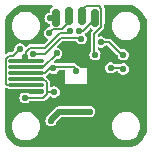
<source format=gbl>
G04 #@! TF.GenerationSoftware,KiCad,Pcbnew,7.0.7*
G04 #@! TF.CreationDate,2024-03-10T05:29:25-05:00*
G04 #@! TF.ProjectId,O12imu,4f313269-6d75-42e6-9b69-6361645f7063,1*
G04 #@! TF.SameCoordinates,Original*
G04 #@! TF.FileFunction,Copper,L2,Bot*
G04 #@! TF.FilePolarity,Positive*
%FSLAX46Y46*%
G04 Gerber Fmt 4.6, Leading zero omitted, Abs format (unit mm)*
G04 Created by KiCad (PCBNEW 7.0.7) date 2024-03-10 05:29:25*
%MOMM*%
%LPD*%
G01*
G04 APERTURE LIST*
G04 Aperture macros list*
%AMRoundRect*
0 Rectangle with rounded corners*
0 $1 Rounding radius*
0 $2 $3 $4 $5 $6 $7 $8 $9 X,Y pos of 4 corners*
0 Add a 4 corners polygon primitive as box body*
4,1,4,$2,$3,$4,$5,$6,$7,$8,$9,$2,$3,0*
0 Add four circle primitives for the rounded corners*
1,1,$1+$1,$2,$3*
1,1,$1+$1,$4,$5*
1,1,$1+$1,$6,$7*
1,1,$1+$1,$8,$9*
0 Add four rect primitives between the rounded corners*
20,1,$1+$1,$2,$3,$4,$5,0*
20,1,$1+$1,$4,$5,$6,$7,0*
20,1,$1+$1,$6,$7,$8,$9,0*
20,1,$1+$1,$8,$9,$2,$3,0*%
G04 Aperture macros list end*
G04 #@! TA.AperFunction,SMDPad,CuDef*
%ADD10RoundRect,0.150000X0.150000X0.600000X-0.150000X0.600000X-0.150000X-0.600000X0.150000X-0.600000X0*%
G04 #@! TD*
G04 #@! TA.AperFunction,SMDPad,CuDef*
%ADD11RoundRect,0.075000X-1.425000X-0.075000X1.425000X-0.075000X1.425000X0.075000X-1.425000X0.075000X0*%
G04 #@! TD*
G04 #@! TA.AperFunction,ViaPad*
%ADD12C,0.550000*%
G04 #@! TD*
G04 #@! TA.AperFunction,Conductor*
%ADD13C,0.200000*%
G04 #@! TD*
G04 #@! TA.AperFunction,Conductor*
%ADD14C,0.500000*%
G04 #@! TD*
G04 #@! TA.AperFunction,Conductor*
%ADD15C,0.160000*%
G04 #@! TD*
G04 APERTURE END LIST*
D10*
X51600000Y-45050000D03*
X48300000Y-45050000D03*
X50500000Y-44950000D03*
D11*
X45800000Y-51250000D03*
X45800000Y-50750000D03*
X45800000Y-50250000D03*
X45800000Y-49750000D03*
X45800000Y-49250000D03*
X45800000Y-48750000D03*
D10*
X49400000Y-44950000D03*
D12*
X52749991Y-44610500D03*
X52300000Y-52250000D03*
X44505013Y-47745692D03*
X49750000Y-53750000D03*
X48100000Y-50059503D03*
X48778416Y-52307809D03*
X52250000Y-55500000D03*
X49450000Y-47250000D03*
X50850000Y-51400000D03*
X47750000Y-55500000D03*
X47565971Y-44426518D03*
X51608925Y-52446973D03*
X52322261Y-48324719D03*
X52655500Y-45797289D03*
X44500000Y-52250000D03*
X49500000Y-46200000D03*
X48601510Y-53023897D03*
X51150000Y-53000000D03*
X45650000Y-48400000D03*
X47886193Y-53763807D03*
X50250000Y-46150000D03*
X52950000Y-49300000D03*
X54000000Y-49400000D03*
X52100000Y-47114500D03*
X54000000Y-48200000D03*
X45700000Y-51834500D03*
X48154500Y-51350000D03*
X46334500Y-48150000D03*
X50450000Y-46850000D03*
X45264160Y-47714160D03*
X50000000Y-49610000D03*
X48100000Y-49350000D03*
X48365498Y-48085246D03*
X51626830Y-48184116D03*
X47750000Y-46350000D03*
X47800000Y-45100000D03*
D13*
X45650000Y-48400000D02*
X45799500Y-48250500D01*
X45799500Y-48250500D02*
X45799500Y-47928395D01*
X45799500Y-47928395D02*
X46112895Y-47615000D01*
X47404168Y-47615000D02*
X48624168Y-46395000D01*
X47886193Y-53763807D02*
X47886193Y-53739214D01*
X45361365Y-48750000D02*
X45800000Y-48750000D01*
D14*
X48625407Y-53000000D02*
X51150000Y-53000000D01*
D13*
X49305000Y-46395000D02*
X49500000Y-46200000D01*
X46112895Y-47615000D02*
X47404168Y-47615000D01*
X45650000Y-48400000D02*
X45361365Y-48750000D01*
X48601510Y-53023897D02*
X48625407Y-53000000D01*
X48624168Y-46395000D02*
X49305000Y-46395000D01*
D14*
X47886193Y-53739214D02*
X48601510Y-53023897D01*
D15*
X50601543Y-46150000D02*
X51600000Y-45151543D01*
X50250000Y-46150000D02*
X50601543Y-46150000D01*
X51600000Y-45151543D02*
X51600000Y-45050000D01*
X54000000Y-49300000D02*
X52950000Y-49300000D01*
X52100000Y-47114500D02*
X52814500Y-47114500D01*
X52814500Y-47114500D02*
X54000000Y-48300000D01*
X47215500Y-51834500D02*
X45700000Y-51834500D01*
X47540000Y-51240000D02*
X47540000Y-51150000D01*
X47540000Y-51150000D02*
X47540000Y-51510000D01*
X48154500Y-51350000D02*
X47650000Y-51350000D01*
X47245477Y-50250000D02*
X47540000Y-50544523D01*
X47650000Y-51350000D02*
X47540000Y-51240000D01*
X47540000Y-50544523D02*
X47540000Y-51150000D01*
X45800000Y-50250000D02*
X47245477Y-50250000D01*
X47540000Y-51510000D02*
X47215500Y-51834500D01*
X44050000Y-48554523D02*
X44050000Y-50650000D01*
X44339523Y-48265000D02*
X44050000Y-48554523D01*
X48765000Y-46735000D02*
X50335000Y-46735000D01*
X44050000Y-50650000D02*
X44150000Y-50750000D01*
X46334500Y-48150000D02*
X47350000Y-48150000D01*
X50335000Y-46735000D02*
X50450000Y-46850000D01*
X47350000Y-48150000D02*
X48765000Y-46735000D01*
X44150000Y-50750000D02*
X45800000Y-50750000D01*
X45264160Y-47714160D02*
X44713320Y-48265000D01*
X44713320Y-48265000D02*
X44339523Y-48265000D01*
X47886764Y-49213237D02*
X47350000Y-49750000D01*
X50000000Y-49610000D02*
X50000000Y-49350000D01*
X48250000Y-49200000D02*
X48100000Y-49350000D01*
X47350000Y-49750000D02*
X45800000Y-49750000D01*
X48100000Y-49350000D02*
X47886764Y-49213237D01*
X49850000Y-49200000D02*
X48250000Y-49200000D01*
X50000000Y-49350000D02*
X49850000Y-49200000D01*
X48365498Y-48129979D02*
X48365498Y-48085246D01*
X47245477Y-49250000D02*
X48365498Y-48129979D01*
X45800000Y-49250000D02*
X47245477Y-49250000D01*
X50500000Y-44400000D02*
X50840000Y-44060000D01*
X51550000Y-48107286D02*
X51626830Y-48184116D01*
X51550000Y-46401543D02*
X51550000Y-48107286D01*
X51911543Y-44060000D02*
X52140000Y-44288457D01*
X50840000Y-44060000D02*
X51911543Y-44060000D01*
X52140000Y-45811543D02*
X51550000Y-46401543D01*
X52140000Y-44288457D02*
X52140000Y-45811543D01*
X50500000Y-44950000D02*
X50500000Y-44400000D01*
X49400000Y-45450000D02*
X49400000Y-44950000D01*
X48073235Y-46055000D02*
X48795000Y-46055000D01*
X47750000Y-46350000D02*
X48073235Y-46055000D01*
X48795000Y-46055000D02*
X49400000Y-45450000D01*
X47800000Y-45100000D02*
X48300000Y-45100000D01*
G04 #@! TA.AperFunction,Conductor*
G36*
X54244253Y-43957965D02*
G01*
X54261832Y-43959117D01*
X54474288Y-43973046D01*
X54480688Y-43973888D01*
X54705191Y-44018548D01*
X54711446Y-44020224D01*
X54909485Y-44087452D01*
X54928200Y-44093805D01*
X54934182Y-44096283D01*
X55139478Y-44197526D01*
X55145075Y-44200758D01*
X55335405Y-44327933D01*
X55340525Y-44331862D01*
X55512626Y-44482790D01*
X55517206Y-44487370D01*
X55668135Y-44659472D01*
X55672067Y-44664597D01*
X55720410Y-44736946D01*
X55799238Y-44854919D01*
X55802476Y-44860526D01*
X55889522Y-45037034D01*
X55903713Y-45065810D01*
X55906194Y-45071799D01*
X55979774Y-45288550D01*
X55981451Y-45294811D01*
X56026108Y-45519293D01*
X56026954Y-45525719D01*
X56042035Y-45755742D01*
X56042141Y-45758981D01*
X56042141Y-54241013D01*
X56042035Y-54244253D01*
X56026954Y-54474280D01*
X56026108Y-54480706D01*
X55981451Y-54705188D01*
X55979774Y-54711449D01*
X55906194Y-54928200D01*
X55903713Y-54934189D01*
X55802479Y-55139467D01*
X55799238Y-55145080D01*
X55672072Y-55335396D01*
X55668126Y-55340539D01*
X55517209Y-55512626D01*
X55512626Y-55517209D01*
X55416228Y-55601748D01*
X55340534Y-55668129D01*
X55335396Y-55672072D01*
X55145080Y-55799238D01*
X55139467Y-55802479D01*
X54934189Y-55903713D01*
X54928200Y-55906194D01*
X54711449Y-55979774D01*
X54705188Y-55981451D01*
X54523857Y-56017523D01*
X54480703Y-56026108D01*
X54474280Y-56026954D01*
X54244254Y-56042035D01*
X54241014Y-56042141D01*
X45758986Y-56042141D01*
X45755746Y-56042035D01*
X45525719Y-56026954D01*
X45519298Y-56026108D01*
X45430081Y-56008360D01*
X45294811Y-55981451D01*
X45288550Y-55979774D01*
X45071799Y-55906194D01*
X45065810Y-55903713D01*
X44860526Y-55802476D01*
X44854919Y-55799238D01*
X44664597Y-55672067D01*
X44659472Y-55668135D01*
X44487370Y-55517206D01*
X44482790Y-55512626D01*
X44331862Y-55340525D01*
X44327933Y-55335405D01*
X44200758Y-55145075D01*
X44197526Y-55139478D01*
X44096283Y-54934182D01*
X44093805Y-54928200D01*
X44020225Y-54711449D01*
X44018548Y-54705188D01*
X43973888Y-54480688D01*
X43973046Y-54474288D01*
X43957965Y-54244252D01*
X43957912Y-54242641D01*
X44551716Y-54242641D01*
X44572244Y-54464177D01*
X44633130Y-54678169D01*
X44732301Y-54877330D01*
X44866378Y-55054877D01*
X45030797Y-55204765D01*
X45219958Y-55321888D01*
X45427419Y-55402259D01*
X45646116Y-55443141D01*
X45868602Y-55443141D01*
X46087299Y-55402259D01*
X46294760Y-55321888D01*
X46483921Y-55204765D01*
X46648340Y-55054877D01*
X46782417Y-54877330D01*
X46881588Y-54678169D01*
X46942474Y-54464177D01*
X46963002Y-54242641D01*
X53036998Y-54242641D01*
X53057526Y-54464177D01*
X53118412Y-54678169D01*
X53217583Y-54877330D01*
X53351660Y-55054877D01*
X53516079Y-55204765D01*
X53705240Y-55321888D01*
X53912701Y-55402259D01*
X54131398Y-55443141D01*
X54353884Y-55443141D01*
X54572581Y-55402259D01*
X54780042Y-55321888D01*
X54969203Y-55204765D01*
X55133622Y-55054877D01*
X55267699Y-54877330D01*
X55366870Y-54678169D01*
X55427756Y-54464177D01*
X55448284Y-54242641D01*
X55427756Y-54021105D01*
X55366870Y-53807113D01*
X55267699Y-53607952D01*
X55133622Y-53430405D01*
X54969203Y-53280517D01*
X54780042Y-53163394D01*
X54572581Y-53083023D01*
X54572580Y-53083022D01*
X54572578Y-53083022D01*
X54353884Y-53042141D01*
X54131398Y-53042141D01*
X53912703Y-53083022D01*
X53836438Y-53112567D01*
X53705240Y-53163394D01*
X53516079Y-53280517D01*
X53351660Y-53430405D01*
X53333457Y-53454510D01*
X53217584Y-53607950D01*
X53217579Y-53607959D01*
X53118413Y-53807110D01*
X53118412Y-53807113D01*
X53092225Y-53899152D01*
X53057526Y-54021105D01*
X53047727Y-54126860D01*
X53036998Y-54242641D01*
X46963002Y-54242641D01*
X46942474Y-54021105D01*
X46881588Y-53807113D01*
X46860025Y-53763809D01*
X47405803Y-53763809D01*
X47425260Y-53899144D01*
X47425262Y-53899152D01*
X47482061Y-54023522D01*
X47482062Y-54023523D01*
X47482063Y-54023525D01*
X47571604Y-54126862D01*
X47686632Y-54200785D01*
X47817826Y-54239307D01*
X47817827Y-54239307D01*
X47954559Y-54239307D01*
X47954560Y-54239307D01*
X48085754Y-54200785D01*
X48200782Y-54126862D01*
X48290323Y-54023525D01*
X48326057Y-53945277D01*
X48346100Y-53916409D01*
X48783014Y-53479494D01*
X48837529Y-53451719D01*
X48853016Y-53450500D01*
X50982256Y-53450500D01*
X51010147Y-53454509D01*
X51081633Y-53475500D01*
X51081634Y-53475500D01*
X51218366Y-53475500D01*
X51218367Y-53475500D01*
X51349561Y-53436978D01*
X51464589Y-53363055D01*
X51554130Y-53259718D01*
X51610931Y-53135342D01*
X51610932Y-53135337D01*
X51630390Y-53000002D01*
X51630390Y-52999997D01*
X51610932Y-52864662D01*
X51610930Y-52864654D01*
X51554131Y-52740284D01*
X51554130Y-52740283D01*
X51554130Y-52740282D01*
X51464589Y-52636945D01*
X51349561Y-52563022D01*
X51349558Y-52563021D01*
X51218368Y-52524500D01*
X51218367Y-52524500D01*
X51081633Y-52524500D01*
X51081631Y-52524500D01*
X51010148Y-52545490D01*
X50982256Y-52549500D01*
X48684628Y-52549500D01*
X48670536Y-52548492D01*
X48669878Y-52548397D01*
X48669877Y-52548397D01*
X48533143Y-52548397D01*
X48533141Y-52548397D01*
X48401951Y-52586918D01*
X48401949Y-52586918D01*
X48401949Y-52586919D01*
X48286921Y-52660842D01*
X48286920Y-52660842D01*
X48286920Y-52660843D01*
X48197377Y-52764182D01*
X48182318Y-52797156D01*
X48162270Y-52826031D01*
X47623756Y-53364546D01*
X47607277Y-53377825D01*
X47571605Y-53400750D01*
X47482061Y-53504091D01*
X47425262Y-53628461D01*
X47425260Y-53628469D01*
X47405803Y-53763804D01*
X47405803Y-53763809D01*
X46860025Y-53763809D01*
X46782417Y-53607952D01*
X46648340Y-53430405D01*
X46483921Y-53280517D01*
X46294760Y-53163394D01*
X46087299Y-53083023D01*
X46087298Y-53083022D01*
X46087296Y-53083022D01*
X45868602Y-53042141D01*
X45646116Y-53042141D01*
X45427421Y-53083022D01*
X45351156Y-53112567D01*
X45219958Y-53163394D01*
X45030797Y-53280517D01*
X44866378Y-53430405D01*
X44848175Y-53454510D01*
X44732302Y-53607950D01*
X44732297Y-53607959D01*
X44633131Y-53807110D01*
X44633130Y-53807113D01*
X44572244Y-54021105D01*
X44551716Y-54242641D01*
X43957912Y-54242641D01*
X43957859Y-54241013D01*
X43957859Y-51120900D01*
X43976766Y-51062709D01*
X44026266Y-51026745D01*
X44087452Y-51026745D01*
X44092623Y-51028586D01*
X44097058Y-51030303D01*
X44097565Y-51030500D01*
X44105973Y-51030500D01*
X44128640Y-51033129D01*
X44136821Y-51035054D01*
X44146358Y-51033723D01*
X44206602Y-51044407D01*
X44215032Y-51049453D01*
X44267505Y-51084515D01*
X44347867Y-51100500D01*
X47158222Y-51100499D01*
X47216413Y-51119406D01*
X47252377Y-51168906D01*
X47257116Y-51194925D01*
X47259447Y-51245324D01*
X47259500Y-51247611D01*
X47259500Y-51352804D01*
X47240593Y-51410995D01*
X47230504Y-51422807D01*
X47128309Y-51525003D01*
X47073792Y-51552781D01*
X47058305Y-51554000D01*
X46131335Y-51554000D01*
X46073144Y-51535093D01*
X46056516Y-51519831D01*
X46014591Y-51471447D01*
X46014590Y-51471446D01*
X46014589Y-51471445D01*
X45899561Y-51397522D01*
X45899558Y-51397521D01*
X45768368Y-51359000D01*
X45768367Y-51359000D01*
X45631633Y-51359000D01*
X45631631Y-51359000D01*
X45500441Y-51397521D01*
X45500439Y-51397521D01*
X45500439Y-51397522D01*
X45385411Y-51471445D01*
X45385410Y-51471445D01*
X45385410Y-51471446D01*
X45295868Y-51574784D01*
X45239069Y-51699154D01*
X45239067Y-51699162D01*
X45219610Y-51834497D01*
X45219610Y-51834502D01*
X45239067Y-51969837D01*
X45239069Y-51969845D01*
X45295868Y-52094215D01*
X45295869Y-52094216D01*
X45295870Y-52094218D01*
X45385411Y-52197555D01*
X45500439Y-52271478D01*
X45631633Y-52310000D01*
X45631634Y-52310000D01*
X45768366Y-52310000D01*
X45768367Y-52310000D01*
X45899561Y-52271478D01*
X46014589Y-52197555D01*
X46029709Y-52180104D01*
X46056516Y-52149169D01*
X46108911Y-52117573D01*
X46131335Y-52115000D01*
X47157425Y-52115000D01*
X47164272Y-52115475D01*
X47176073Y-52117121D01*
X47176076Y-52117122D01*
X47176078Y-52117121D01*
X47176079Y-52117122D01*
X47193784Y-52116303D01*
X47220834Y-52115052D01*
X47223111Y-52115000D01*
X47241489Y-52115000D01*
X47241493Y-52115000D01*
X47244523Y-52114433D01*
X47251325Y-52113642D01*
X47280833Y-52112279D01*
X47288524Y-52108882D01*
X47310319Y-52102133D01*
X47318584Y-52100589D01*
X47343693Y-52085040D01*
X47349744Y-52081851D01*
X47376766Y-52069921D01*
X47382709Y-52063976D01*
X47400597Y-52049808D01*
X47407745Y-52045383D01*
X47425543Y-52021812D01*
X47430040Y-52016646D01*
X47697277Y-51749409D01*
X47702456Y-51744902D01*
X47711960Y-51737724D01*
X47711967Y-51737721D01*
X47717073Y-51732119D01*
X47770248Y-51701852D01*
X47831058Y-51708621D01*
X47843754Y-51715524D01*
X47954939Y-51786978D01*
X48086133Y-51825500D01*
X48086134Y-51825500D01*
X48222866Y-51825500D01*
X48222867Y-51825500D01*
X48354061Y-51786978D01*
X48469089Y-51713055D01*
X48558630Y-51609718D01*
X48615431Y-51485342D01*
X48624422Y-51422807D01*
X48634890Y-51350002D01*
X48634890Y-51349997D01*
X48615432Y-51214662D01*
X48615430Y-51214654D01*
X48558631Y-51090284D01*
X48558630Y-51090283D01*
X48558630Y-51090282D01*
X48469089Y-50986945D01*
X48354061Y-50913022D01*
X48354058Y-50913021D01*
X48222868Y-50874500D01*
X48222867Y-50874500D01*
X48086133Y-50874500D01*
X48086131Y-50874500D01*
X48003802Y-50898674D01*
X47954939Y-50913022D01*
X47954938Y-50913022D01*
X47948146Y-50915017D01*
X47947250Y-50911965D01*
X47899803Y-50917392D01*
X47846538Y-50887285D01*
X47821141Y-50831619D01*
X47820500Y-50820371D01*
X47820500Y-50602597D01*
X47820975Y-50595749D01*
X47822622Y-50583945D01*
X47820553Y-50539196D01*
X47820500Y-50536910D01*
X47820500Y-50518533D01*
X47820500Y-50518530D01*
X47819931Y-50515488D01*
X47819142Y-50508691D01*
X47817779Y-50479190D01*
X47814382Y-50471497D01*
X47807633Y-50449701D01*
X47806089Y-50441439D01*
X47790540Y-50416328D01*
X47787345Y-50410263D01*
X47781677Y-50397427D01*
X47775420Y-50383256D01*
X47769474Y-50377310D01*
X47755307Y-50359423D01*
X47750884Y-50352280D01*
X47750883Y-50352278D01*
X47744371Y-50347360D01*
X47727321Y-50334484D01*
X47722144Y-50329979D01*
X47514428Y-50122264D01*
X47486651Y-50067747D01*
X47496222Y-50007315D01*
X47514436Y-49982250D01*
X47517224Y-49979461D01*
X47535097Y-49965308D01*
X47542245Y-49960883D01*
X47560045Y-49937309D01*
X47564535Y-49932150D01*
X47727917Y-49768769D01*
X47782432Y-49740993D01*
X47842864Y-49750564D01*
X47851427Y-49755480D01*
X47900439Y-49786978D01*
X48031633Y-49825500D01*
X48031634Y-49825500D01*
X48168366Y-49825500D01*
X48168367Y-49825500D01*
X48299561Y-49786978D01*
X48414589Y-49713055D01*
X48504130Y-49609718D01*
X48536712Y-49538371D01*
X48578083Y-49493296D01*
X48626765Y-49480500D01*
X49001000Y-49480500D01*
X49059191Y-49499407D01*
X49095155Y-49548907D01*
X49100000Y-49579499D01*
X49100000Y-50650000D01*
X49100001Y-50650000D01*
X50899999Y-50650000D01*
X50900000Y-50650000D01*
X50900000Y-49350000D01*
X50899999Y-49350000D01*
X50449098Y-49350000D01*
X50390907Y-49331093D01*
X50374280Y-49315833D01*
X50360563Y-49300002D01*
X52469610Y-49300002D01*
X52489067Y-49435337D01*
X52489069Y-49435345D01*
X52545868Y-49559715D01*
X52545869Y-49559716D01*
X52545870Y-49559718D01*
X52635411Y-49663055D01*
X52750439Y-49736978D01*
X52881633Y-49775500D01*
X52881634Y-49775500D01*
X53018366Y-49775500D01*
X53018367Y-49775500D01*
X53149561Y-49736978D01*
X53264589Y-49663055D01*
X53285975Y-49638374D01*
X53306516Y-49614669D01*
X53358911Y-49583073D01*
X53381335Y-49580500D01*
X53496069Y-49580500D01*
X53554260Y-49599407D01*
X53586121Y-49638372D01*
X53595870Y-49659718D01*
X53685411Y-49763055D01*
X53800439Y-49836978D01*
X53931633Y-49875500D01*
X53931634Y-49875500D01*
X54068366Y-49875500D01*
X54068367Y-49875500D01*
X54199561Y-49836978D01*
X54314589Y-49763055D01*
X54404130Y-49659718D01*
X54454736Y-49548907D01*
X54460930Y-49535345D01*
X54460932Y-49535337D01*
X54480390Y-49400002D01*
X54480390Y-49399997D01*
X54460932Y-49264662D01*
X54460930Y-49264654D01*
X54404131Y-49140284D01*
X54404130Y-49140283D01*
X54404130Y-49140282D01*
X54314589Y-49036945D01*
X54199561Y-48963022D01*
X54199558Y-48963021D01*
X54068368Y-48924500D01*
X54068367Y-48924500D01*
X53931633Y-48924500D01*
X53931631Y-48924500D01*
X53800439Y-48963022D01*
X53737009Y-49003785D01*
X53683487Y-49019500D01*
X53381335Y-49019500D01*
X53323144Y-49000593D01*
X53306516Y-48985331D01*
X53264591Y-48936947D01*
X53264590Y-48936946D01*
X53264589Y-48936945D01*
X53149561Y-48863022D01*
X53149558Y-48863021D01*
X53018368Y-48824500D01*
X53018367Y-48824500D01*
X52881633Y-48824500D01*
X52881631Y-48824500D01*
X52750441Y-48863021D01*
X52750439Y-48863021D01*
X52750439Y-48863022D01*
X52635411Y-48936945D01*
X52635410Y-48936945D01*
X52635410Y-48936946D01*
X52545868Y-49040284D01*
X52489069Y-49164654D01*
X52489067Y-49164662D01*
X52469610Y-49299997D01*
X52469610Y-49300002D01*
X50360563Y-49300002D01*
X50314589Y-49246945D01*
X50261234Y-49212656D01*
X50242580Y-49194544D01*
X50241906Y-49195219D01*
X50229473Y-49182785D01*
X50215309Y-49164903D01*
X50210884Y-49157756D01*
X50210880Y-49157753D01*
X50187321Y-49139961D01*
X50182144Y-49135456D01*
X50089403Y-49042715D01*
X50084896Y-49037536D01*
X50077719Y-49028030D01*
X50044614Y-48997852D01*
X50042962Y-48996274D01*
X50029964Y-48983276D01*
X50029956Y-48983270D01*
X50027411Y-48981526D01*
X50022040Y-48977271D01*
X50000223Y-48957383D01*
X50000218Y-48957380D01*
X49992378Y-48954343D01*
X49972197Y-48943705D01*
X49965263Y-48938955D01*
X49965262Y-48938954D01*
X49947451Y-48934765D01*
X49936513Y-48932193D01*
X49929966Y-48930165D01*
X49902439Y-48919501D01*
X49902436Y-48919500D01*
X49902435Y-48919500D01*
X49902434Y-48919500D01*
X49894031Y-48919500D01*
X49871363Y-48916870D01*
X49863179Y-48914945D01*
X49833930Y-48919025D01*
X49827084Y-48919500D01*
X48335282Y-48919500D01*
X48306853Y-48913317D01*
X48306354Y-48915017D01*
X48299562Y-48913022D01*
X48299561Y-48913022D01*
X48211965Y-48887301D01*
X48161460Y-48852766D01*
X48140898Y-48795139D01*
X48158136Y-48736432D01*
X48169855Y-48722308D01*
X48216664Y-48675500D01*
X48302421Y-48589742D01*
X48356938Y-48561965D01*
X48372425Y-48560746D01*
X48433864Y-48560746D01*
X48433865Y-48560746D01*
X48565059Y-48522224D01*
X48680087Y-48448301D01*
X48769628Y-48344964D01*
X48812882Y-48250251D01*
X48826428Y-48220591D01*
X48826430Y-48220583D01*
X48845888Y-48085248D01*
X48845888Y-48085243D01*
X48826430Y-47949908D01*
X48826428Y-47949900D01*
X48769629Y-47825530D01*
X48769628Y-47825529D01*
X48769628Y-47825528D01*
X48680087Y-47722191D01*
X48565059Y-47648268D01*
X48565055Y-47648266D01*
X48565054Y-47648266D01*
X48480385Y-47623404D01*
X48429879Y-47588868D01*
X48409318Y-47531241D01*
X48426557Y-47472534D01*
X48438275Y-47458411D01*
X48852192Y-47044496D01*
X48906708Y-47016719D01*
X48922195Y-47015500D01*
X49939219Y-47015500D01*
X49997410Y-47034407D01*
X50029271Y-47073371D01*
X50045870Y-47109718D01*
X50135411Y-47213055D01*
X50250439Y-47286978D01*
X50381633Y-47325500D01*
X50381634Y-47325500D01*
X50518366Y-47325500D01*
X50518367Y-47325500D01*
X50649561Y-47286978D01*
X50764589Y-47213055D01*
X50854130Y-47109718D01*
X50910931Y-46985342D01*
X50914108Y-46963245D01*
X50930390Y-46850002D01*
X50930390Y-46849997D01*
X50910932Y-46714662D01*
X50910930Y-46714654D01*
X50854131Y-46590283D01*
X50854130Y-46590281D01*
X50779665Y-46504344D01*
X50755847Y-46447985D01*
X50769706Y-46388389D01*
X50787793Y-46366347D01*
X50793781Y-46360887D01*
X50793788Y-46360883D01*
X50811586Y-46337312D01*
X50816083Y-46332146D01*
X50990707Y-46157522D01*
X51170374Y-45977854D01*
X51224889Y-45950079D01*
X51283856Y-45958919D01*
X51348607Y-45990573D01*
X51355949Y-45992842D01*
X51354931Y-45996136D01*
X51396459Y-46016652D01*
X51424911Y-46070820D01*
X51416089Y-46131366D01*
X51397333Y-46157522D01*
X51392722Y-46162132D01*
X51387548Y-46166635D01*
X51378033Y-46173822D01*
X51347841Y-46206938D01*
X51346266Y-46208588D01*
X51333277Y-46221578D01*
X51333270Y-46221586D01*
X51331519Y-46224141D01*
X51327270Y-46229504D01*
X51307384Y-46251319D01*
X51307381Y-46251323D01*
X51304345Y-46259161D01*
X51293708Y-46279341D01*
X51288954Y-46286279D01*
X51282194Y-46315023D01*
X51280165Y-46321579D01*
X51269500Y-46349107D01*
X51269500Y-46357512D01*
X51266870Y-46380178D01*
X51264945Y-46388364D01*
X51265458Y-46392040D01*
X51269025Y-46417612D01*
X51269500Y-46424458D01*
X51269500Y-47833462D01*
X51250593Y-47891653D01*
X51245320Y-47898292D01*
X51222699Y-47924397D01*
X51222698Y-47924399D01*
X51165899Y-48048770D01*
X51165897Y-48048778D01*
X51146440Y-48184113D01*
X51146440Y-48184118D01*
X51165897Y-48319453D01*
X51165899Y-48319461D01*
X51222698Y-48443831D01*
X51222699Y-48443832D01*
X51222700Y-48443834D01*
X51312241Y-48547171D01*
X51427269Y-48621094D01*
X51558463Y-48659616D01*
X51558464Y-48659616D01*
X51695196Y-48659616D01*
X51695197Y-48659616D01*
X51826391Y-48621094D01*
X51941419Y-48547171D01*
X52030960Y-48443834D01*
X52080507Y-48335342D01*
X52087760Y-48319461D01*
X52087762Y-48319453D01*
X52107220Y-48184118D01*
X52107220Y-48184113D01*
X52087762Y-48048778D01*
X52087760Y-48048770D01*
X52030961Y-47924400D01*
X52030960Y-47924399D01*
X52030960Y-47924398D01*
X51941419Y-47821061D01*
X51941418Y-47821060D01*
X51941417Y-47821059D01*
X51875977Y-47779004D01*
X51837246Y-47731638D01*
X51830500Y-47695720D01*
X51830500Y-47663190D01*
X51849407Y-47604999D01*
X51898907Y-47569035D01*
X51957392Y-47568201D01*
X51960233Y-47569035D01*
X52031627Y-47589999D01*
X52031632Y-47589999D01*
X52031633Y-47590000D01*
X52031634Y-47590000D01*
X52168366Y-47590000D01*
X52168367Y-47590000D01*
X52299561Y-47551478D01*
X52414589Y-47477555D01*
X52434613Y-47454446D01*
X52456516Y-47429169D01*
X52508911Y-47397573D01*
X52531335Y-47395000D01*
X52657305Y-47395000D01*
X52715496Y-47413907D01*
X52727309Y-47423996D01*
X53499047Y-48195734D01*
X53526824Y-48250251D01*
X53527035Y-48251649D01*
X53539068Y-48335341D01*
X53588616Y-48443834D01*
X53595870Y-48459718D01*
X53685411Y-48563055D01*
X53800439Y-48636978D01*
X53931633Y-48675500D01*
X53931634Y-48675500D01*
X54068366Y-48675500D01*
X54068367Y-48675500D01*
X54199561Y-48636978D01*
X54314589Y-48563055D01*
X54404130Y-48459718D01*
X54460931Y-48335342D01*
X54460932Y-48335337D01*
X54480390Y-48200002D01*
X54480390Y-48199997D01*
X54460932Y-48064662D01*
X54460930Y-48064654D01*
X54404131Y-47940284D01*
X54404130Y-47940283D01*
X54404130Y-47940282D01*
X54314589Y-47836945D01*
X54199561Y-47763022D01*
X54199558Y-47763021D01*
X54068368Y-47724500D01*
X54068367Y-47724500D01*
X53931633Y-47724500D01*
X53931629Y-47724500D01*
X53902615Y-47733020D01*
X53841455Y-47731273D01*
X53804720Y-47708034D01*
X53053903Y-46957215D01*
X53049396Y-46952036D01*
X53042219Y-46942530D01*
X53009114Y-46912352D01*
X53007462Y-46910774D01*
X52994464Y-46897776D01*
X52994456Y-46897770D01*
X52991911Y-46896026D01*
X52986540Y-46891771D01*
X52964723Y-46871883D01*
X52964718Y-46871880D01*
X52956878Y-46868843D01*
X52936697Y-46858205D01*
X52929763Y-46853455D01*
X52929762Y-46853454D01*
X52911951Y-46849265D01*
X52901013Y-46846693D01*
X52894466Y-46844665D01*
X52866939Y-46834001D01*
X52866936Y-46834000D01*
X52866935Y-46834000D01*
X52866934Y-46834000D01*
X52858531Y-46834000D01*
X52835863Y-46831370D01*
X52827679Y-46829445D01*
X52798430Y-46833525D01*
X52791584Y-46834000D01*
X52531335Y-46834000D01*
X52473144Y-46815093D01*
X52456516Y-46799831D01*
X52414591Y-46751447D01*
X52414590Y-46751446D01*
X52414589Y-46751445D01*
X52299561Y-46677522D01*
X52242608Y-46660799D01*
X52168368Y-46639000D01*
X52168367Y-46639000D01*
X52031633Y-46639000D01*
X52031629Y-46639000D01*
X51957391Y-46660799D01*
X51896231Y-46659052D01*
X51847778Y-46621689D01*
X51830500Y-46565809D01*
X51830500Y-46558736D01*
X51849407Y-46500545D01*
X51859490Y-46488739D01*
X52297280Y-46050948D01*
X52302452Y-46046448D01*
X52311961Y-46039266D01*
X52311967Y-46039264D01*
X52342183Y-46006117D01*
X52343716Y-46004512D01*
X52356723Y-45991507D01*
X52358471Y-45988953D01*
X52362715Y-45983594D01*
X52382617Y-45961765D01*
X52385651Y-45953931D01*
X52396295Y-45933738D01*
X52401044Y-45926806D01*
X52401043Y-45926806D01*
X52401045Y-45926805D01*
X52407805Y-45898059D01*
X52409834Y-45891508D01*
X52416423Y-45874500D01*
X52420500Y-45863978D01*
X52420500Y-45855574D01*
X52423130Y-45832905D01*
X52425055Y-45824721D01*
X52423712Y-45815093D01*
X52420973Y-45795459D01*
X52420499Y-45788640D01*
X52420499Y-45757359D01*
X53036998Y-45757359D01*
X53057526Y-45978895D01*
X53118412Y-46192887D01*
X53217583Y-46392048D01*
X53351660Y-46569595D01*
X53516079Y-46719483D01*
X53705240Y-46836606D01*
X53912701Y-46916977D01*
X54131398Y-46957859D01*
X54353884Y-46957859D01*
X54572581Y-46916977D01*
X54780042Y-46836606D01*
X54969203Y-46719483D01*
X55133622Y-46569595D01*
X55267699Y-46392048D01*
X55366870Y-46192887D01*
X55427756Y-45978895D01*
X55448284Y-45757359D01*
X55427756Y-45535823D01*
X55366870Y-45321831D01*
X55267699Y-45122670D01*
X55133622Y-44945123D01*
X54969203Y-44795235D01*
X54780042Y-44678112D01*
X54572581Y-44597741D01*
X54572580Y-44597740D01*
X54572578Y-44597740D01*
X54353884Y-44556859D01*
X54131398Y-44556859D01*
X53912703Y-44597740D01*
X53863287Y-44616884D01*
X53705240Y-44678112D01*
X53516078Y-44795235D01*
X53516079Y-44795235D01*
X53351661Y-44945122D01*
X53217584Y-45122668D01*
X53217579Y-45122677D01*
X53118413Y-45321828D01*
X53057526Y-45535823D01*
X53039092Y-45734766D01*
X53036998Y-45757359D01*
X52420499Y-45757359D01*
X52420499Y-44346533D01*
X52420975Y-44339683D01*
X52422622Y-44327879D01*
X52420553Y-44283130D01*
X52420500Y-44280843D01*
X52420500Y-44262467D01*
X52420500Y-44262464D01*
X52419931Y-44259422D01*
X52419142Y-44252625D01*
X52417779Y-44223124D01*
X52414382Y-44215431D01*
X52407633Y-44193634D01*
X52406089Y-44185373D01*
X52390539Y-44160259D01*
X52387349Y-44154208D01*
X52375421Y-44127191D01*
X52375090Y-44126860D01*
X52374788Y-44126267D01*
X52370237Y-44119623D01*
X52371101Y-44119030D01*
X52347315Y-44072346D01*
X52356886Y-44011914D01*
X52400151Y-43968649D01*
X52445096Y-43957859D01*
X54241014Y-43957859D01*
X54244253Y-43957965D01*
G37*
G04 #@! TD.AperFunction*
G04 #@! TA.AperFunction,Conductor*
G36*
X47988915Y-43976766D02*
G01*
X48024879Y-44026266D01*
X48024879Y-44087452D01*
X47988915Y-44136952D01*
X47974208Y-44145798D01*
X47944611Y-44160267D01*
X47943517Y-44160802D01*
X47860801Y-44243518D01*
X47809427Y-44348604D01*
X47799500Y-44416743D01*
X47799500Y-44530461D01*
X47780593Y-44588652D01*
X47731093Y-44624616D01*
X47728392Y-44625451D01*
X47600441Y-44663021D01*
X47600439Y-44663021D01*
X47600439Y-44663022D01*
X47485411Y-44736945D01*
X47485410Y-44736945D01*
X47485410Y-44736946D01*
X47395868Y-44840284D01*
X47339069Y-44964654D01*
X47339067Y-44964662D01*
X47319610Y-45099997D01*
X47319610Y-45100002D01*
X47339067Y-45235337D01*
X47339069Y-45235345D01*
X47395868Y-45359715D01*
X47395869Y-45359716D01*
X47395870Y-45359718D01*
X47485411Y-45463055D01*
X47600439Y-45536978D01*
X47728392Y-45574548D01*
X47778898Y-45609084D01*
X47799460Y-45666711D01*
X47799500Y-45669538D01*
X47799500Y-45683260D01*
X47809427Y-45751393D01*
X47809427Y-45751394D01*
X47810536Y-45759001D01*
X47807658Y-45759420D01*
X47806952Y-45807472D01*
X47770266Y-45856438D01*
X47713257Y-45874500D01*
X47681631Y-45874500D01*
X47550441Y-45913021D01*
X47550439Y-45913021D01*
X47550439Y-45913022D01*
X47435411Y-45986945D01*
X47435410Y-45986945D01*
X47435410Y-45986946D01*
X47345868Y-46090284D01*
X47289069Y-46214654D01*
X47289067Y-46214662D01*
X47269610Y-46349997D01*
X47269610Y-46350002D01*
X47289067Y-46485337D01*
X47289069Y-46485345D01*
X47345868Y-46609715D01*
X47345869Y-46609716D01*
X47345870Y-46609718D01*
X47435411Y-46713055D01*
X47550439Y-46786978D01*
X47588836Y-46798252D01*
X47639344Y-46832787D01*
X47659906Y-46890414D01*
X47642668Y-46949121D01*
X47630950Y-46963245D01*
X47308693Y-47285503D01*
X47254176Y-47313281D01*
X47238689Y-47314500D01*
X46178059Y-47314500D01*
X46164383Y-47312267D01*
X46164212Y-47313494D01*
X46155128Y-47312226D01*
X46114781Y-47314092D01*
X46107101Y-47314447D01*
X46104825Y-47314500D01*
X46085048Y-47314500D01*
X46081553Y-47315153D01*
X46074740Y-47315943D01*
X46042904Y-47317414D01*
X46033900Y-47321389D01*
X46012121Y-47328132D01*
X46002463Y-47329937D01*
X46002461Y-47329938D01*
X45975366Y-47346714D01*
X45969298Y-47349913D01*
X45940129Y-47362793D01*
X45933175Y-47369747D01*
X45915298Y-47383907D01*
X45906943Y-47389080D01*
X45887734Y-47414515D01*
X45883230Y-47419691D01*
X45825606Y-47477316D01*
X45771090Y-47505094D01*
X45710658Y-47495523D01*
X45674196Y-47459062D01*
X45672118Y-47460398D01*
X45668292Y-47454446D01*
X45668291Y-47454445D01*
X45668290Y-47454442D01*
X45578749Y-47351105D01*
X45463721Y-47277182D01*
X45463718Y-47277181D01*
X45332528Y-47238660D01*
X45332527Y-47238660D01*
X45195793Y-47238660D01*
X45195791Y-47238660D01*
X45064601Y-47277181D01*
X45064599Y-47277181D01*
X45064599Y-47277182D01*
X44949571Y-47351105D01*
X44949570Y-47351105D01*
X44949570Y-47351106D01*
X44860028Y-47454444D01*
X44803229Y-47578814D01*
X44803227Y-47578822D01*
X44783770Y-47714157D01*
X44783770Y-47714159D01*
X44787239Y-47738292D01*
X44776803Y-47798581D01*
X44759250Y-47822381D01*
X44626130Y-47955503D01*
X44571614Y-47983281D01*
X44556126Y-47984500D01*
X44397598Y-47984500D01*
X44390751Y-47984025D01*
X44378943Y-47982377D01*
X44340983Y-47984133D01*
X44334188Y-47984447D01*
X44331912Y-47984500D01*
X44313530Y-47984500D01*
X44313527Y-47984500D01*
X44313518Y-47984501D01*
X44310478Y-47985069D01*
X44303678Y-47985857D01*
X44274188Y-47987221D01*
X44266497Y-47990617D01*
X44244709Y-47997364D01*
X44236442Y-47998909D01*
X44236437Y-47998911D01*
X44211331Y-48014455D01*
X44205264Y-48017653D01*
X44178256Y-48029579D01*
X44178254Y-48029580D01*
X44172306Y-48035528D01*
X44154431Y-48049686D01*
X44147279Y-48054115D01*
X44147278Y-48054115D01*
X44135861Y-48069234D01*
X44085704Y-48104276D01*
X44024529Y-48103143D01*
X43975703Y-48066269D01*
X43957859Y-48009571D01*
X43957859Y-45758982D01*
X43957912Y-45757359D01*
X44551716Y-45757359D01*
X44572244Y-45978895D01*
X44633130Y-46192887D01*
X44732301Y-46392048D01*
X44866378Y-46569595D01*
X45030797Y-46719483D01*
X45219958Y-46836606D01*
X45427419Y-46916977D01*
X45646116Y-46957859D01*
X45868602Y-46957859D01*
X46087299Y-46916977D01*
X46294760Y-46836606D01*
X46483921Y-46719483D01*
X46648340Y-46569595D01*
X46782417Y-46392048D01*
X46881588Y-46192887D01*
X46942474Y-45978895D01*
X46963002Y-45757359D01*
X46942474Y-45535823D01*
X46881588Y-45321831D01*
X46782417Y-45122670D01*
X46648340Y-44945123D01*
X46483921Y-44795235D01*
X46294760Y-44678112D01*
X46087299Y-44597741D01*
X46087298Y-44597740D01*
X46087296Y-44597740D01*
X45868602Y-44556859D01*
X45646116Y-44556859D01*
X45427421Y-44597740D01*
X45378005Y-44616884D01*
X45219958Y-44678112D01*
X45030796Y-44795234D01*
X45030797Y-44795235D01*
X44866379Y-44945122D01*
X44732302Y-45122668D01*
X44732297Y-45122677D01*
X44633131Y-45321828D01*
X44572244Y-45535823D01*
X44553810Y-45734766D01*
X44551716Y-45757359D01*
X43957912Y-45757359D01*
X43957965Y-45755743D01*
X43962717Y-45683256D01*
X43973046Y-45525709D01*
X43973888Y-45519313D01*
X44018549Y-45294804D01*
X44020223Y-45288557D01*
X44093807Y-45071792D01*
X44096280Y-45065823D01*
X44197529Y-44860515D01*
X44200753Y-44854931D01*
X44327939Y-44664587D01*
X44331856Y-44659481D01*
X44482800Y-44487362D01*
X44487362Y-44482800D01*
X44659481Y-44331856D01*
X44664587Y-44327939D01*
X44854931Y-44200753D01*
X44860515Y-44197529D01*
X45065823Y-44096280D01*
X45071792Y-44093807D01*
X45288557Y-44020223D01*
X45294804Y-44018549D01*
X45519313Y-43973888D01*
X45525709Y-43973046D01*
X45739668Y-43959019D01*
X45755747Y-43957965D01*
X45758986Y-43957859D01*
X47930724Y-43957859D01*
X47988915Y-43976766D01*
G37*
G04 #@! TD.AperFunction*
M02*

</source>
